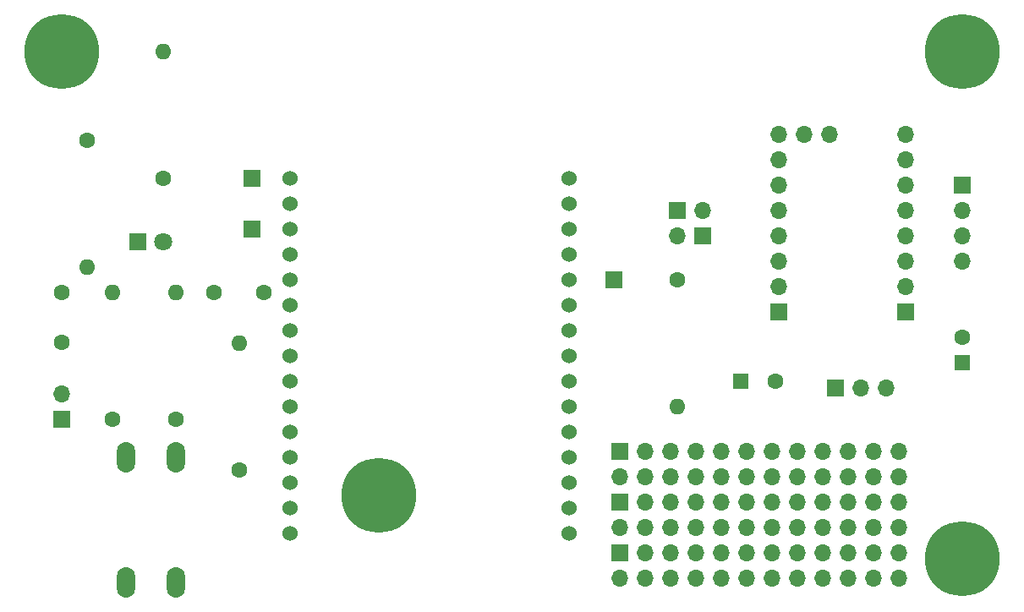
<source format=gbs>
G04 #@! TF.GenerationSoftware,KiCad,Pcbnew,(5.1.12)-1*
G04 #@! TF.CreationDate,2022-02-06T22:11:33+01:00*
G04 #@! TF.ProjectId,curtain_wiring,63757274-6169-46e5-9f77-6972696e672e,rev?*
G04 #@! TF.SameCoordinates,Original*
G04 #@! TF.FileFunction,Soldermask,Bot*
G04 #@! TF.FilePolarity,Negative*
%FSLAX46Y46*%
G04 Gerber Fmt 4.6, Leading zero omitted, Abs format (unit mm)*
G04 Created by KiCad (PCBNEW (5.1.12)-1) date 2022-02-06 22:11:33*
%MOMM*%
%LPD*%
G01*
G04 APERTURE LIST*
%ADD10R,1.700000X1.700000*%
%ADD11O,1.700000X1.700000*%
%ADD12C,1.600000*%
%ADD13R,1.600000X1.600000*%
%ADD14R,1.800000X1.800000*%
%ADD15C,1.800000*%
%ADD16C,4.700000*%
%ADD17C,7.500000*%
%ADD18O,1.600000X1.600000*%
%ADD19O,1.850000X3.048000*%
%ADD20C,1.524000*%
G04 APERTURE END LIST*
D10*
X137160000Y-113665000D03*
D11*
X137160000Y-116205000D03*
X139700000Y-113665000D03*
X139700000Y-116205000D03*
X142240000Y-113665000D03*
X142240000Y-116205000D03*
X144780000Y-113665000D03*
X144780000Y-116205000D03*
X147320000Y-113665000D03*
X147320000Y-116205000D03*
X149860000Y-113665000D03*
X149860000Y-116205000D03*
X152400000Y-113665000D03*
X152400000Y-116205000D03*
X154940000Y-113665000D03*
X154940000Y-116205000D03*
X157480000Y-113665000D03*
X157480000Y-116205000D03*
X160020000Y-113665000D03*
X160020000Y-116205000D03*
X162560000Y-113665000D03*
X162560000Y-116205000D03*
X165100000Y-113665000D03*
X165100000Y-116205000D03*
D12*
X101520000Y-92710000D03*
X96520000Y-92710000D03*
X81280000Y-92710000D03*
X81280000Y-97710000D03*
X171450000Y-97195000D03*
D13*
X171450000Y-99695000D03*
D12*
X152725000Y-101600000D03*
D13*
X149225000Y-101600000D03*
D14*
X88900000Y-87630000D03*
D15*
X91440000Y-87630000D03*
D16*
X81280000Y-68580000D03*
D17*
X81280000Y-68580000D03*
X171450000Y-68580000D03*
D16*
X171450000Y-68580000D03*
X171450000Y-119380000D03*
D17*
X171450000Y-119380000D03*
X113030000Y-113030000D03*
D16*
X113030000Y-113030000D03*
D10*
X153035000Y-94615000D03*
D11*
X153035000Y-92075000D03*
X153035000Y-89535000D03*
X153035000Y-86995000D03*
X153035000Y-84455000D03*
X153035000Y-81915000D03*
X153035000Y-79375000D03*
X153035000Y-76835000D03*
X155575000Y-76835000D03*
X158115000Y-76835000D03*
X165735000Y-76835000D03*
X165735000Y-79375000D03*
X165735000Y-81915000D03*
X165735000Y-84455000D03*
X165735000Y-86995000D03*
X165735000Y-89535000D03*
X165735000Y-92075000D03*
D10*
X165735000Y-94615000D03*
X158750000Y-102235000D03*
D11*
X161290000Y-102235000D03*
X163830000Y-102235000D03*
D10*
X81280000Y-105410000D03*
D11*
X81280000Y-102870000D03*
D10*
X100330000Y-81280000D03*
X136525000Y-91440000D03*
X137160000Y-108585000D03*
D11*
X137160000Y-111125000D03*
X139700000Y-108585000D03*
X139700000Y-111125000D03*
X142240000Y-108585000D03*
X142240000Y-111125000D03*
X144780000Y-108585000D03*
X144780000Y-111125000D03*
X147320000Y-108585000D03*
X147320000Y-111125000D03*
X149860000Y-108585000D03*
X149860000Y-111125000D03*
X152400000Y-108585000D03*
X152400000Y-111125000D03*
X154940000Y-108585000D03*
X154940000Y-111125000D03*
X157480000Y-108585000D03*
X157480000Y-111125000D03*
X160020000Y-108585000D03*
X160020000Y-111125000D03*
X162560000Y-108585000D03*
X162560000Y-111125000D03*
X165100000Y-108585000D03*
X165100000Y-111125000D03*
X165100000Y-121285000D03*
X165100000Y-118745000D03*
X162560000Y-121285000D03*
X162560000Y-118745000D03*
X160020000Y-121285000D03*
X160020000Y-118745000D03*
X157480000Y-121285000D03*
X157480000Y-118745000D03*
X154940000Y-121285000D03*
X154940000Y-118745000D03*
X152400000Y-121285000D03*
X152400000Y-118745000D03*
X149860000Y-121285000D03*
X149860000Y-118745000D03*
X147320000Y-121285000D03*
X147320000Y-118745000D03*
X144780000Y-121285000D03*
X144780000Y-118745000D03*
X142240000Y-121285000D03*
X142240000Y-118745000D03*
X139700000Y-121285000D03*
X139700000Y-118745000D03*
X137160000Y-121285000D03*
D10*
X137160000Y-118745000D03*
X100330000Y-86360000D03*
X142875000Y-84455000D03*
D11*
X142875000Y-86995000D03*
X145415000Y-84455000D03*
D10*
X145415000Y-86995000D03*
X171450000Y-81915000D03*
D11*
X171450000Y-84455000D03*
X171450000Y-86995000D03*
X171450000Y-89535000D03*
D12*
X91440000Y-81280000D03*
D18*
X91440000Y-68580000D03*
X142875000Y-104140000D03*
D12*
X142875000Y-91440000D03*
D18*
X92710000Y-92710000D03*
D12*
X92710000Y-105410000D03*
D18*
X83820000Y-90170000D03*
D12*
X83820000Y-77470000D03*
X86360000Y-105410000D03*
D18*
X86360000Y-92710000D03*
D12*
X99060000Y-110490000D03*
D18*
X99060000Y-97790000D03*
D19*
X92710000Y-121720000D03*
X87710000Y-121720000D03*
X92710000Y-109220000D03*
X87710000Y-109220000D03*
D20*
X104140000Y-81280000D03*
X104140000Y-83820000D03*
X104140000Y-86360000D03*
X104140000Y-88900000D03*
X104140000Y-91440000D03*
X104140000Y-93980000D03*
X104140000Y-96520000D03*
X104140000Y-99060000D03*
X104140000Y-101600000D03*
X104140000Y-104140000D03*
X104140000Y-106680000D03*
X104140000Y-109220000D03*
X104140000Y-111760000D03*
X104140000Y-114300000D03*
X104140000Y-116840000D03*
X132080000Y-116840000D03*
X132080000Y-114300000D03*
X132080000Y-111760000D03*
X132080000Y-109220000D03*
X132080000Y-106680000D03*
X132080000Y-104140000D03*
X132080000Y-101600000D03*
X132080000Y-99060000D03*
X132080000Y-96520000D03*
X132080000Y-93980000D03*
X132080000Y-91440000D03*
X132080000Y-88900000D03*
X132080000Y-86360000D03*
X132080000Y-83820000D03*
X132080000Y-81280000D03*
M02*

</source>
